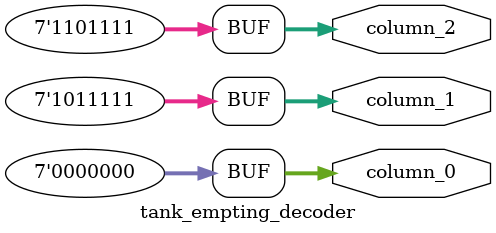
<source format=v>
module tank_empting_decoder (
    output [6:0] column_2, // 4 & 0
    output [6:0] column_1, // 3 & 1
    output [6:0] column_0  // 2
);

    assign column_2 = 7'b1101111;
    assign column_1 = 7'b1011111;
    assign column_0 = 7'b0000000;

endmodule
</source>
